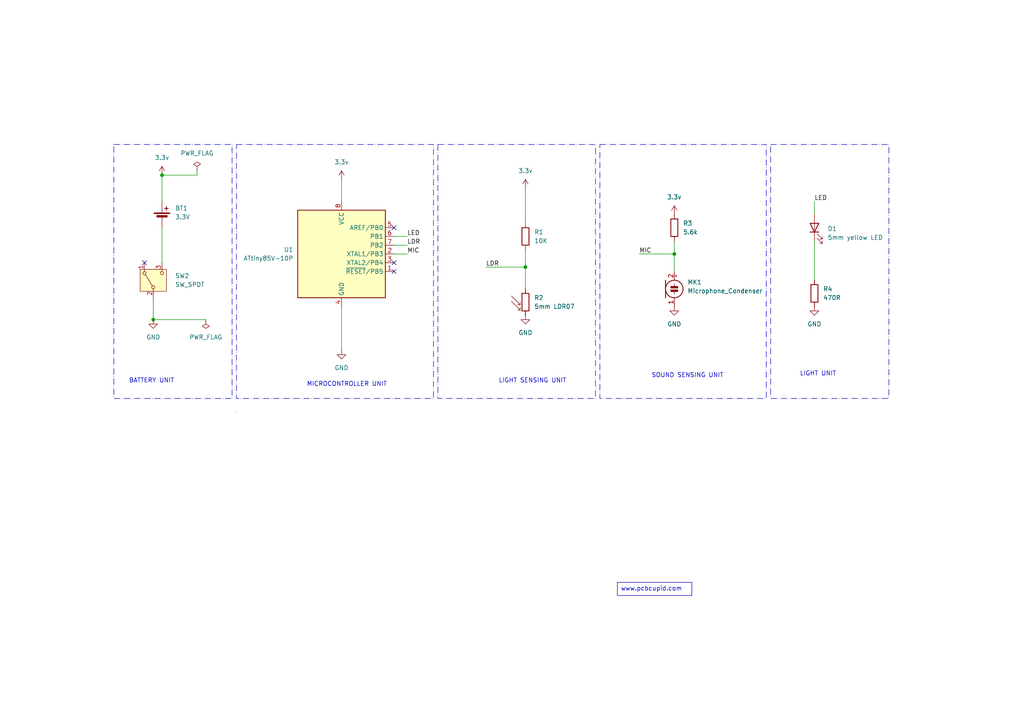
<source format=kicad_sch>
(kicad_sch
	(version 20250114)
	(generator "eeschema")
	(generator_version "9.0")
	(uuid "6bca3290-9061-4092-a9b1-e0df906a68d4")
	(paper "A4")
	(title_block
		(title "Digital Diya project")
		(date "2025-10-28")
		(rev "v1")
		(company "pcbcupid ")
		(comment 1 "it's a ATtiny85 based ckt ")
	)
	(lib_symbols
		(symbol "Device:Battery_Cell"
			(pin_numbers
				(hide yes)
			)
			(pin_names
				(offset 0)
				(hide yes)
			)
			(exclude_from_sim no)
			(in_bom yes)
			(on_board yes)
			(property "Reference" "BT"
				(at 2.54 2.54 0)
				(effects
					(font
						(size 1.27 1.27)
					)
					(justify left)
				)
			)
			(property "Value" "Battery_Cell"
				(at 2.54 0 0)
				(effects
					(font
						(size 1.27 1.27)
					)
					(justify left)
				)
			)
			(property "Footprint" ""
				(at 0 1.524 90)
				(effects
					(font
						(size 1.27 1.27)
					)
					(hide yes)
				)
			)
			(property "Datasheet" "~"
				(at 0 1.524 90)
				(effects
					(font
						(size 1.27 1.27)
					)
					(hide yes)
				)
			)
			(property "Description" "Single-cell battery"
				(at 0 0 0)
				(effects
					(font
						(size 1.27 1.27)
					)
					(hide yes)
				)
			)
			(property "ki_keywords" "battery cell"
				(at 0 0 0)
				(effects
					(font
						(size 1.27 1.27)
					)
					(hide yes)
				)
			)
			(symbol "Battery_Cell_0_1"
				(rectangle
					(start -2.286 1.778)
					(end 2.286 1.524)
					(stroke
						(width 0)
						(type default)
					)
					(fill
						(type outline)
					)
				)
				(rectangle
					(start -1.524 1.016)
					(end 1.524 0.508)
					(stroke
						(width 0)
						(type default)
					)
					(fill
						(type outline)
					)
				)
				(polyline
					(pts
						(xy 0 1.778) (xy 0 2.54)
					)
					(stroke
						(width 0)
						(type default)
					)
					(fill
						(type none)
					)
				)
				(polyline
					(pts
						(xy 0 0.762) (xy 0 0)
					)
					(stroke
						(width 0)
						(type default)
					)
					(fill
						(type none)
					)
				)
				(polyline
					(pts
						(xy 0.762 3.048) (xy 1.778 3.048)
					)
					(stroke
						(width 0.254)
						(type default)
					)
					(fill
						(type none)
					)
				)
				(polyline
					(pts
						(xy 1.27 3.556) (xy 1.27 2.54)
					)
					(stroke
						(width 0.254)
						(type default)
					)
					(fill
						(type none)
					)
				)
			)
			(symbol "Battery_Cell_1_1"
				(pin passive line
					(at 0 5.08 270)
					(length 2.54)
					(name "+"
						(effects
							(font
								(size 1.27 1.27)
							)
						)
					)
					(number "1"
						(effects
							(font
								(size 1.27 1.27)
							)
						)
					)
				)
				(pin passive line
					(at 0 -2.54 90)
					(length 2.54)
					(name "-"
						(effects
							(font
								(size 1.27 1.27)
							)
						)
					)
					(number "2"
						(effects
							(font
								(size 1.27 1.27)
							)
						)
					)
				)
			)
			(embedded_fonts no)
		)
		(symbol "Device:LED"
			(pin_numbers
				(hide yes)
			)
			(pin_names
				(offset 1.016)
				(hide yes)
			)
			(exclude_from_sim no)
			(in_bom yes)
			(on_board yes)
			(property "Reference" "D"
				(at 0 2.54 0)
				(effects
					(font
						(size 1.27 1.27)
					)
				)
			)
			(property "Value" "LED"
				(at 0 -2.54 0)
				(effects
					(font
						(size 1.27 1.27)
					)
				)
			)
			(property "Footprint" ""
				(at 0 0 0)
				(effects
					(font
						(size 1.27 1.27)
					)
					(hide yes)
				)
			)
			(property "Datasheet" "~"
				(at 0 0 0)
				(effects
					(font
						(size 1.27 1.27)
					)
					(hide yes)
				)
			)
			(property "Description" "Light emitting diode"
				(at 0 0 0)
				(effects
					(font
						(size 1.27 1.27)
					)
					(hide yes)
				)
			)
			(property "Sim.Pins" "1=K 2=A"
				(at 0 0 0)
				(effects
					(font
						(size 1.27 1.27)
					)
					(hide yes)
				)
			)
			(property "ki_keywords" "LED diode"
				(at 0 0 0)
				(effects
					(font
						(size 1.27 1.27)
					)
					(hide yes)
				)
			)
			(property "ki_fp_filters" "LED* LED_SMD:* LED_THT:*"
				(at 0 0 0)
				(effects
					(font
						(size 1.27 1.27)
					)
					(hide yes)
				)
			)
			(symbol "LED_0_1"
				(polyline
					(pts
						(xy -3.048 -0.762) (xy -4.572 -2.286) (xy -3.81 -2.286) (xy -4.572 -2.286) (xy -4.572 -1.524)
					)
					(stroke
						(width 0)
						(type default)
					)
					(fill
						(type none)
					)
				)
				(polyline
					(pts
						(xy -1.778 -0.762) (xy -3.302 -2.286) (xy -2.54 -2.286) (xy -3.302 -2.286) (xy -3.302 -1.524)
					)
					(stroke
						(width 0)
						(type default)
					)
					(fill
						(type none)
					)
				)
				(polyline
					(pts
						(xy -1.27 0) (xy 1.27 0)
					)
					(stroke
						(width 0)
						(type default)
					)
					(fill
						(type none)
					)
				)
				(polyline
					(pts
						(xy -1.27 -1.27) (xy -1.27 1.27)
					)
					(stroke
						(width 0.254)
						(type default)
					)
					(fill
						(type none)
					)
				)
				(polyline
					(pts
						(xy 1.27 -1.27) (xy 1.27 1.27) (xy -1.27 0) (xy 1.27 -1.27)
					)
					(stroke
						(width 0.254)
						(type default)
					)
					(fill
						(type none)
					)
				)
			)
			(symbol "LED_1_1"
				(pin passive line
					(at -3.81 0 0)
					(length 2.54)
					(name "K"
						(effects
							(font
								(size 1.27 1.27)
							)
						)
					)
					(number "1"
						(effects
							(font
								(size 1.27 1.27)
							)
						)
					)
				)
				(pin passive line
					(at 3.81 0 180)
					(length 2.54)
					(name "A"
						(effects
							(font
								(size 1.27 1.27)
							)
						)
					)
					(number "2"
						(effects
							(font
								(size 1.27 1.27)
							)
						)
					)
				)
			)
			(embedded_fonts no)
		)
		(symbol "Device:Microphone_Condenser"
			(pin_names
				(offset 0.0254)
				(hide yes)
			)
			(exclude_from_sim no)
			(in_bom yes)
			(on_board yes)
			(property "Reference" "MK"
				(at -3.302 1.27 0)
				(effects
					(font
						(size 1.27 1.27)
					)
					(justify right)
				)
			)
			(property "Value" "Microphone_Condenser"
				(at -3.302 -0.635 0)
				(effects
					(font
						(size 1.27 1.27)
					)
					(justify right)
				)
			)
			(property "Footprint" ""
				(at 0 2.54 90)
				(effects
					(font
						(size 1.27 1.27)
					)
					(hide yes)
				)
			)
			(property "Datasheet" "~"
				(at 0 2.54 90)
				(effects
					(font
						(size 1.27 1.27)
					)
					(hide yes)
				)
			)
			(property "Description" "Condenser microphone"
				(at 0 0 0)
				(effects
					(font
						(size 1.27 1.27)
					)
					(hide yes)
				)
			)
			(property "ki_keywords" "capacitance condenser microphone"
				(at 0 0 0)
				(effects
					(font
						(size 1.27 1.27)
					)
					(hide yes)
				)
			)
			(symbol "Microphone_Condenser_0_1"
				(polyline
					(pts
						(xy -2.54 2.54) (xy -2.54 -2.54)
					)
					(stroke
						(width 0.254)
						(type default)
					)
					(fill
						(type none)
					)
				)
				(polyline
					(pts
						(xy 0 0.762) (xy 0 1.524)
					)
					(stroke
						(width 0)
						(type default)
					)
					(fill
						(type none)
					)
				)
				(circle
					(center 0 0)
					(radius 2.54)
					(stroke
						(width 0.254)
						(type default)
					)
					(fill
						(type none)
					)
				)
				(polyline
					(pts
						(xy 0 -0.762) (xy 0 -1.524)
					)
					(stroke
						(width 0)
						(type default)
					)
					(fill
						(type none)
					)
				)
				(polyline
					(pts
						(xy 0.254 3.81) (xy 0.762 3.81)
					)
					(stroke
						(width 0)
						(type default)
					)
					(fill
						(type none)
					)
				)
				(polyline
					(pts
						(xy 0.508 4.064) (xy 0.508 3.556)
					)
					(stroke
						(width 0)
						(type default)
					)
					(fill
						(type none)
					)
				)
				(rectangle
					(start 1.016 0.762)
					(end -1.016 0.254)
					(stroke
						(width 0)
						(type default)
					)
					(fill
						(type outline)
					)
				)
				(rectangle
					(start 1.016 -0.254)
					(end -1.016 -0.762)
					(stroke
						(width 0)
						(type default)
					)
					(fill
						(type outline)
					)
				)
			)
			(symbol "Microphone_Condenser_1_1"
				(pin passive line
					(at 0 5.08 270)
					(length 2.54)
					(name "+"
						(effects
							(font
								(size 1.27 1.27)
							)
						)
					)
					(number "2"
						(effects
							(font
								(size 1.27 1.27)
							)
						)
					)
				)
				(pin passive line
					(at 0 -5.08 90)
					(length 2.54)
					(name "-"
						(effects
							(font
								(size 1.27 1.27)
							)
						)
					)
					(number "1"
						(effects
							(font
								(size 1.27 1.27)
							)
						)
					)
				)
			)
			(embedded_fonts no)
		)
		(symbol "Device:R"
			(pin_numbers
				(hide yes)
			)
			(pin_names
				(offset 0)
			)
			(exclude_from_sim no)
			(in_bom yes)
			(on_board yes)
			(property "Reference" "R"
				(at 2.032 0 90)
				(effects
					(font
						(size 1.27 1.27)
					)
				)
			)
			(property "Value" "R"
				(at 0 0 90)
				(effects
					(font
						(size 1.27 1.27)
					)
				)
			)
			(property "Footprint" ""
				(at -1.778 0 90)
				(effects
					(font
						(size 1.27 1.27)
					)
					(hide yes)
				)
			)
			(property "Datasheet" "~"
				(at 0 0 0)
				(effects
					(font
						(size 1.27 1.27)
					)
					(hide yes)
				)
			)
			(property "Description" "Resistor"
				(at 0 0 0)
				(effects
					(font
						(size 1.27 1.27)
					)
					(hide yes)
				)
			)
			(property "ki_keywords" "R res resistor"
				(at 0 0 0)
				(effects
					(font
						(size 1.27 1.27)
					)
					(hide yes)
				)
			)
			(property "ki_fp_filters" "R_*"
				(at 0 0 0)
				(effects
					(font
						(size 1.27 1.27)
					)
					(hide yes)
				)
			)
			(symbol "R_0_1"
				(rectangle
					(start -1.016 -2.54)
					(end 1.016 2.54)
					(stroke
						(width 0.254)
						(type default)
					)
					(fill
						(type none)
					)
				)
			)
			(symbol "R_1_1"
				(pin passive line
					(at 0 3.81 270)
					(length 1.27)
					(name "~"
						(effects
							(font
								(size 1.27 1.27)
							)
						)
					)
					(number "1"
						(effects
							(font
								(size 1.27 1.27)
							)
						)
					)
				)
				(pin passive line
					(at 0 -3.81 90)
					(length 1.27)
					(name "~"
						(effects
							(font
								(size 1.27 1.27)
							)
						)
					)
					(number "2"
						(effects
							(font
								(size 1.27 1.27)
							)
						)
					)
				)
			)
			(embedded_fonts no)
		)
		(symbol "MCU_Microchip_ATtiny:ATtiny85V-10P"
			(exclude_from_sim no)
			(in_bom yes)
			(on_board yes)
			(property "Reference" "U"
				(at -12.7 13.97 0)
				(effects
					(font
						(size 1.27 1.27)
					)
					(justify left bottom)
				)
			)
			(property "Value" "ATtiny85V-10P"
				(at 2.54 -13.97 0)
				(effects
					(font
						(size 1.27 1.27)
					)
					(justify left top)
				)
			)
			(property "Footprint" "Package_DIP:DIP-8_W7.62mm"
				(at 0 0 0)
				(effects
					(font
						(size 1.27 1.27)
						(italic yes)
					)
					(hide yes)
				)
			)
			(property "Datasheet" "http://ww1.microchip.com/downloads/en/DeviceDoc/atmel-2586-avr-8-bit-microcontroller-attiny25-attiny45-attiny85_datasheet.pdf"
				(at 0 0 0)
				(effects
					(font
						(size 1.27 1.27)
					)
					(hide yes)
				)
			)
			(property "Description" "10MHz, 8kB Flash, 512B SRAM, 512B EEPROM, debugWIRE, DIP-8"
				(at 0 0 0)
				(effects
					(font
						(size 1.27 1.27)
					)
					(hide yes)
				)
			)
			(property "ki_keywords" "AVR 8bit Microcontroller tinyAVR"
				(at 0 0 0)
				(effects
					(font
						(size 1.27 1.27)
					)
					(hide yes)
				)
			)
			(property "ki_fp_filters" "DIP*W7.62mm*"
				(at 0 0 0)
				(effects
					(font
						(size 1.27 1.27)
					)
					(hide yes)
				)
			)
			(symbol "ATtiny85V-10P_0_1"
				(rectangle
					(start -12.7 -12.7)
					(end 12.7 12.7)
					(stroke
						(width 0.254)
						(type default)
					)
					(fill
						(type background)
					)
				)
			)
			(symbol "ATtiny85V-10P_1_1"
				(pin power_in line
					(at 0 15.24 270)
					(length 2.54)
					(name "VCC"
						(effects
							(font
								(size 1.27 1.27)
							)
						)
					)
					(number "8"
						(effects
							(font
								(size 1.27 1.27)
							)
						)
					)
				)
				(pin power_in line
					(at 0 -15.24 90)
					(length 2.54)
					(name "GND"
						(effects
							(font
								(size 1.27 1.27)
							)
						)
					)
					(number "4"
						(effects
							(font
								(size 1.27 1.27)
							)
						)
					)
				)
				(pin bidirectional line
					(at 15.24 7.62 180)
					(length 2.54)
					(name "AREF/PB0"
						(effects
							(font
								(size 1.27 1.27)
							)
						)
					)
					(number "5"
						(effects
							(font
								(size 1.27 1.27)
							)
						)
					)
				)
				(pin bidirectional line
					(at 15.24 5.08 180)
					(length 2.54)
					(name "PB1"
						(effects
							(font
								(size 1.27 1.27)
							)
						)
					)
					(number "6"
						(effects
							(font
								(size 1.27 1.27)
							)
						)
					)
				)
				(pin bidirectional line
					(at 15.24 2.54 180)
					(length 2.54)
					(name "PB2"
						(effects
							(font
								(size 1.27 1.27)
							)
						)
					)
					(number "7"
						(effects
							(font
								(size 1.27 1.27)
							)
						)
					)
				)
				(pin bidirectional line
					(at 15.24 0 180)
					(length 2.54)
					(name "XTAL1/PB3"
						(effects
							(font
								(size 1.27 1.27)
							)
						)
					)
					(number "2"
						(effects
							(font
								(size 1.27 1.27)
							)
						)
					)
				)
				(pin bidirectional line
					(at 15.24 -2.54 180)
					(length 2.54)
					(name "XTAL2/PB4"
						(effects
							(font
								(size 1.27 1.27)
							)
						)
					)
					(number "3"
						(effects
							(font
								(size 1.27 1.27)
							)
						)
					)
				)
				(pin bidirectional line
					(at 15.24 -5.08 180)
					(length 2.54)
					(name "~{RESET}/PB5"
						(effects
							(font
								(size 1.27 1.27)
							)
						)
					)
					(number "1"
						(effects
							(font
								(size 1.27 1.27)
							)
						)
					)
				)
			)
			(embedded_fonts no)
		)
		(symbol "Sensor_Optical:LDR07"
			(pin_numbers
				(hide yes)
			)
			(pin_names
				(offset 0)
			)
			(exclude_from_sim no)
			(in_bom yes)
			(on_board yes)
			(property "Reference" "R"
				(at -5.08 0 90)
				(effects
					(font
						(size 1.27 1.27)
					)
				)
			)
			(property "Value" "LDR07"
				(at 1.905 0 90)
				(effects
					(font
						(size 1.27 1.27)
					)
					(justify top)
				)
			)
			(property "Footprint" "OptoDevice:R_LDR_5.1x4.3mm_P3.4mm_Vertical"
				(at 4.445 0 90)
				(effects
					(font
						(size 1.27 1.27)
					)
					(hide yes)
				)
			)
			(property "Datasheet" "http://www.tme.eu/de/Document/f2e3ad76a925811312d226c31da4cd7e/LDR07.pdf"
				(at 0 -1.27 0)
				(effects
					(font
						(size 1.27 1.27)
					)
					(hide yes)
				)
			)
			(property "Description" "light dependent resistor"
				(at 0 0 0)
				(effects
					(font
						(size 1.27 1.27)
					)
					(hide yes)
				)
			)
			(property "ki_keywords" "light dependent photo resistor LDR"
				(at 0 0 0)
				(effects
					(font
						(size 1.27 1.27)
					)
					(hide yes)
				)
			)
			(property "ki_fp_filters" "R*LDR*5.1x4.3mm*P3.4mm*"
				(at 0 0 0)
				(effects
					(font
						(size 1.27 1.27)
					)
					(hide yes)
				)
			)
			(symbol "LDR07_0_1"
				(polyline
					(pts
						(xy -1.524 -0.762) (xy -4.064 1.778)
					)
					(stroke
						(width 0)
						(type default)
					)
					(fill
						(type none)
					)
				)
				(polyline
					(pts
						(xy -1.524 -0.762) (xy -2.286 -0.762)
					)
					(stroke
						(width 0)
						(type default)
					)
					(fill
						(type none)
					)
				)
				(polyline
					(pts
						(xy -1.524 -0.762) (xy -1.524 0)
					)
					(stroke
						(width 0)
						(type default)
					)
					(fill
						(type none)
					)
				)
				(polyline
					(pts
						(xy -1.524 -2.286) (xy -4.064 0.254)
					)
					(stroke
						(width 0)
						(type default)
					)
					(fill
						(type none)
					)
				)
				(polyline
					(pts
						(xy -1.524 -2.286) (xy -2.286 -2.286)
					)
					(stroke
						(width 0)
						(type default)
					)
					(fill
						(type none)
					)
				)
				(polyline
					(pts
						(xy -1.524 -2.286) (xy -1.524 -1.524)
					)
					(stroke
						(width 0)
						(type default)
					)
					(fill
						(type none)
					)
				)
				(rectangle
					(start -1.016 2.54)
					(end 1.016 -2.54)
					(stroke
						(width 0.254)
						(type default)
					)
					(fill
						(type none)
					)
				)
			)
			(symbol "LDR07_1_1"
				(pin passive line
					(at 0 3.81 270)
					(length 1.27)
					(name "~"
						(effects
							(font
								(size 1.27 1.27)
							)
						)
					)
					(number "1"
						(effects
							(font
								(size 1.27 1.27)
							)
						)
					)
				)
				(pin passive line
					(at 0 -3.81 90)
					(length 1.27)
					(name "~"
						(effects
							(font
								(size 1.27 1.27)
							)
						)
					)
					(number "2"
						(effects
							(font
								(size 1.27 1.27)
							)
						)
					)
				)
			)
			(embedded_fonts no)
		)
		(symbol "Switch:SW_SPDT"
			(pin_names
				(offset 0)
				(hide yes)
			)
			(exclude_from_sim no)
			(in_bom yes)
			(on_board yes)
			(property "Reference" "SW"
				(at 0 5.08 0)
				(effects
					(font
						(size 1.27 1.27)
					)
				)
			)
			(property "Value" "SW_SPDT"
				(at 0 -5.08 0)
				(effects
					(font
						(size 1.27 1.27)
					)
				)
			)
			(property "Footprint" ""
				(at 0 0 0)
				(effects
					(font
						(size 1.27 1.27)
					)
					(hide yes)
				)
			)
			(property "Datasheet" "~"
				(at 0 -7.62 0)
				(effects
					(font
						(size 1.27 1.27)
					)
					(hide yes)
				)
			)
			(property "Description" "Switch, single pole double throw"
				(at 0 0 0)
				(effects
					(font
						(size 1.27 1.27)
					)
					(hide yes)
				)
			)
			(property "ki_keywords" "switch single-pole double-throw spdt ON-ON"
				(at 0 0 0)
				(effects
					(font
						(size 1.27 1.27)
					)
					(hide yes)
				)
			)
			(symbol "SW_SPDT_0_1"
				(circle
					(center -2.032 0)
					(radius 0.4572)
					(stroke
						(width 0)
						(type default)
					)
					(fill
						(type none)
					)
				)
				(polyline
					(pts
						(xy -1.651 0.254) (xy 1.651 2.286)
					)
					(stroke
						(width 0)
						(type default)
					)
					(fill
						(type none)
					)
				)
				(circle
					(center 2.032 2.54)
					(radius 0.4572)
					(stroke
						(width 0)
						(type default)
					)
					(fill
						(type none)
					)
				)
				(circle
					(center 2.032 -2.54)
					(radius 0.4572)
					(stroke
						(width 0)
						(type default)
					)
					(fill
						(type none)
					)
				)
			)
			(symbol "SW_SPDT_1_1"
				(rectangle
					(start -3.175 3.81)
					(end 3.175 -3.81)
					(stroke
						(width 0)
						(type default)
					)
					(fill
						(type background)
					)
				)
				(pin passive line
					(at -5.08 0 0)
					(length 2.54)
					(name "B"
						(effects
							(font
								(size 1.27 1.27)
							)
						)
					)
					(number "2"
						(effects
							(font
								(size 1.27 1.27)
							)
						)
					)
				)
				(pin passive line
					(at 5.08 2.54 180)
					(length 2.54)
					(name "A"
						(effects
							(font
								(size 1.27 1.27)
							)
						)
					)
					(number "1"
						(effects
							(font
								(size 1.27 1.27)
							)
						)
					)
				)
				(pin passive line
					(at 5.08 -2.54 180)
					(length 2.54)
					(name "C"
						(effects
							(font
								(size 1.27 1.27)
							)
						)
					)
					(number "3"
						(effects
							(font
								(size 1.27 1.27)
							)
						)
					)
				)
			)
			(embedded_fonts no)
		)
		(symbol "power:GND"
			(power)
			(pin_numbers
				(hide yes)
			)
			(pin_names
				(offset 0)
				(hide yes)
			)
			(exclude_from_sim no)
			(in_bom yes)
			(on_board yes)
			(property "Reference" "#PWR"
				(at 0 -6.35 0)
				(effects
					(font
						(size 1.27 1.27)
					)
					(hide yes)
				)
			)
			(property "Value" "GND"
				(at 0 -3.81 0)
				(effects
					(font
						(size 1.27 1.27)
					)
				)
			)
			(property "Footprint" ""
				(at 0 0 0)
				(effects
					(font
						(size 1.27 1.27)
					)
					(hide yes)
				)
			)
			(property "Datasheet" ""
				(at 0 0 0)
				(effects
					(font
						(size 1.27 1.27)
					)
					(hide yes)
				)
			)
			(property "Description" "Power symbol creates a global label with name \"GND\" , ground"
				(at 0 0 0)
				(effects
					(font
						(size 1.27 1.27)
					)
					(hide yes)
				)
			)
			(property "ki_keywords" "global power"
				(at 0 0 0)
				(effects
					(font
						(size 1.27 1.27)
					)
					(hide yes)
				)
			)
			(symbol "GND_0_1"
				(polyline
					(pts
						(xy 0 0) (xy 0 -1.27) (xy 1.27 -1.27) (xy 0 -2.54) (xy -1.27 -1.27) (xy 0 -1.27)
					)
					(stroke
						(width 0)
						(type default)
					)
					(fill
						(type none)
					)
				)
			)
			(symbol "GND_1_1"
				(pin power_in line
					(at 0 0 270)
					(length 0)
					(name "~"
						(effects
							(font
								(size 1.27 1.27)
							)
						)
					)
					(number "1"
						(effects
							(font
								(size 1.27 1.27)
							)
						)
					)
				)
			)
			(embedded_fonts no)
		)
		(symbol "power:PWR_FLAG"
			(power)
			(pin_numbers
				(hide yes)
			)
			(pin_names
				(offset 0)
				(hide yes)
			)
			(exclude_from_sim no)
			(in_bom yes)
			(on_board yes)
			(property "Reference" "#FLG"
				(at 0 1.905 0)
				(effects
					(font
						(size 1.27 1.27)
					)
					(hide yes)
				)
			)
			(property "Value" "PWR_FLAG"
				(at 0 3.81 0)
				(effects
					(font
						(size 1.27 1.27)
					)
				)
			)
			(property "Footprint" ""
				(at 0 0 0)
				(effects
					(font
						(size 1.27 1.27)
					)
					(hide yes)
				)
			)
			(property "Datasheet" "~"
				(at 0 0 0)
				(effects
					(font
						(size 1.27 1.27)
					)
					(hide yes)
				)
			)
			(property "Description" "Special symbol for telling ERC where power comes from"
				(at 0 0 0)
				(effects
					(font
						(size 1.27 1.27)
					)
					(hide yes)
				)
			)
			(property "ki_keywords" "flag power"
				(at 0 0 0)
				(effects
					(font
						(size 1.27 1.27)
					)
					(hide yes)
				)
			)
			(symbol "PWR_FLAG_0_0"
				(pin power_out line
					(at 0 0 90)
					(length 0)
					(name "~"
						(effects
							(font
								(size 1.27 1.27)
							)
						)
					)
					(number "1"
						(effects
							(font
								(size 1.27 1.27)
							)
						)
					)
				)
			)
			(symbol "PWR_FLAG_0_1"
				(polyline
					(pts
						(xy 0 0) (xy 0 1.27) (xy -1.016 1.905) (xy 0 2.54) (xy 1.016 1.905) (xy 0 1.27)
					)
					(stroke
						(width 0)
						(type default)
					)
					(fill
						(type none)
					)
				)
			)
			(embedded_fonts no)
		)
		(symbol "power:VCC"
			(power)
			(pin_numbers
				(hide yes)
			)
			(pin_names
				(offset 0)
				(hide yes)
			)
			(exclude_from_sim no)
			(in_bom yes)
			(on_board yes)
			(property "Reference" "#PWR"
				(at 0 -3.81 0)
				(effects
					(font
						(size 1.27 1.27)
					)
					(hide yes)
				)
			)
			(property "Value" "VCC"
				(at 0 3.556 0)
				(effects
					(font
						(size 1.27 1.27)
					)
				)
			)
			(property "Footprint" ""
				(at 0 0 0)
				(effects
					(font
						(size 1.27 1.27)
					)
					(hide yes)
				)
			)
			(property "Datasheet" ""
				(at 0 0 0)
				(effects
					(font
						(size 1.27 1.27)
					)
					(hide yes)
				)
			)
			(property "Description" "Power symbol creates a global label with name \"VCC\""
				(at 0 0 0)
				(effects
					(font
						(size 1.27 1.27)
					)
					(hide yes)
				)
			)
			(property "ki_keywords" "global power"
				(at 0 0 0)
				(effects
					(font
						(size 1.27 1.27)
					)
					(hide yes)
				)
			)
			(symbol "VCC_0_1"
				(polyline
					(pts
						(xy -0.762 1.27) (xy 0 2.54)
					)
					(stroke
						(width 0)
						(type default)
					)
					(fill
						(type none)
					)
				)
				(polyline
					(pts
						(xy 0 2.54) (xy 0.762 1.27)
					)
					(stroke
						(width 0)
						(type default)
					)
					(fill
						(type none)
					)
				)
				(polyline
					(pts
						(xy 0 0) (xy 0 2.54)
					)
					(stroke
						(width 0)
						(type default)
					)
					(fill
						(type none)
					)
				)
			)
			(symbol "VCC_1_1"
				(pin power_in line
					(at 0 0 90)
					(length 0)
					(name "~"
						(effects
							(font
								(size 1.27 1.27)
							)
						)
					)
					(number "1"
						(effects
							(font
								(size 1.27 1.27)
							)
						)
					)
				)
			)
			(embedded_fonts no)
		)
	)
	(rectangle
		(start 33.02 41.91)
		(end 67.31 115.57)
		(stroke
			(width 0)
			(type dash_dot)
		)
		(fill
			(type none)
		)
		(uuid 3d169365-1216-4d7a-bfd6-d9a1246a2689)
	)
	(rectangle
		(start 173.99 41.91)
		(end 222.25 115.57)
		(stroke
			(width 0)
			(type dash_dot)
		)
		(fill
			(type none)
		)
		(uuid 887b88a3-6783-4339-af4d-2be2e8430689)
	)
	(rectangle
		(start 223.52 41.91)
		(end 257.81 115.57)
		(stroke
			(width 0)
			(type dash_dot)
		)
		(fill
			(type none)
		)
		(uuid 8f7c3757-4c41-4669-b53a-b41b4a2a44ba)
	)
	(rectangle
		(start 68.58 119.38)
		(end 68.58 119.38)
		(stroke
			(width 0)
			(type default)
		)
		(fill
			(type none)
		)
		(uuid b1240556-3939-4503-8b98-b83130cf602c)
	)
	(rectangle
		(start 68.58 41.91)
		(end 125.73 115.57)
		(stroke
			(width 0)
			(type dash_dot)
		)
		(fill
			(type none)
		)
		(uuid ba82ccf7-77ee-4bc3-8bcd-4458aa9c87d1)
	)
	(rectangle
		(start 127 41.91)
		(end 172.72 115.57)
		(stroke
			(width 0)
			(type dash_dot)
		)
		(fill
			(type none)
		)
		(uuid cd073606-bef6-4b75-8420-4c3625c1184a)
	)
	(text "LIGHT SENSING UNIT \n"
		(exclude_from_sim no)
		(at 154.94 110.49 0)
		(effects
			(font
				(size 1.27 1.27)
			)
		)
		(uuid "5c1fbdb1-6fc3-4fe4-b6e0-173f2c3e14d4")
	)
	(text "MICROCONTROLLER UNIT \n\n"
		(exclude_from_sim no)
		(at 101.092 112.522 0)
		(effects
			(font
				(size 1.27 1.27)
			)
		)
		(uuid "7f15bf5f-6306-46bb-9b29-19f90581798a")
	)
	(text "LIGHT UNIT "
		(exclude_from_sim no)
		(at 237.744 108.458 0)
		(effects
			(font
				(size 1.27 1.27)
			)
		)
		(uuid "8d71a577-639c-401d-bb46-b947391f0f16")
	)
	(text "SOUND SENSING UNIT "
		(exclude_from_sim no)
		(at 199.898 108.966 0)
		(effects
			(font
				(size 1.27 1.27)
			)
		)
		(uuid "ce78ca71-b53c-4855-9c2a-0734d66e2752")
	)
	(text "BATTERY UNIT \n"
		(exclude_from_sim no)
		(at 44.45 110.49 0)
		(effects
			(font
				(size 1.27 1.27)
			)
		)
		(uuid "cef7698c-d04f-4d12-abd1-be6af6da1beb")
	)
	(text_box "www.pcbcupid.com \n"
		(exclude_from_sim no)
		(at 179.07 168.91 0)
		(size 21.59 3.81)
		(margins 0.9525 0.9525 0.9525 0.9525)
		(stroke
			(width 0)
			(type solid)
		)
		(fill
			(type none)
		)
		(effects
			(font
				(size 1.27 1.27)
			)
			(justify left top)
		)
		(uuid "d586de21-a0be-4ead-86a7-66265a2848bc")
	)
	(junction
		(at 195.58 73.66)
		(diameter 0)
		(color 0 0 0 0)
		(uuid "2a3feacf-9c4f-42d9-ba4a-d2ed4b32038f")
	)
	(junction
		(at 152.4 77.47)
		(diameter 0)
		(color 0 0 0 0)
		(uuid "892e78c0-2b39-418c-bd0f-0dcb8ca27306")
	)
	(junction
		(at 46.99 50.8)
		(diameter 0)
		(color 0 0 0 0)
		(uuid "9d75c25b-4361-4d36-bff4-8bae7706cb3d")
	)
	(junction
		(at 44.45 92.71)
		(diameter 0)
		(color 0 0 0 0)
		(uuid "fe7cc251-f02d-447f-9e47-599cdcd91f5d")
	)
	(no_connect
		(at 41.91 76.2)
		(uuid "34be7d06-3800-4045-82a6-969aad03dec1")
	)
	(no_connect
		(at 114.3 66.04)
		(uuid "3f1b07bd-73de-4210-a1fd-cd59cae09f36")
	)
	(no_connect
		(at 114.3 76.2)
		(uuid "cd483c28-5e44-4e32-b083-d843abc4089a")
	)
	(no_connect
		(at 114.3 78.74)
		(uuid "d7abd4f5-ca6a-46c6-a295-c413c68bc437")
	)
	(wire
		(pts
			(xy 114.3 68.58) (xy 118.11 68.58)
		)
		(stroke
			(width 0)
			(type default)
		)
		(uuid "1064df1f-86f9-4934-80a1-58cce6a29d4c")
	)
	(wire
		(pts
			(xy 236.22 58.42) (xy 236.22 62.23)
		)
		(stroke
			(width 0)
			(type default)
		)
		(uuid "1110554f-3370-41f2-8316-62beff9ce890")
	)
	(wire
		(pts
			(xy 195.58 73.66) (xy 195.58 78.74)
		)
		(stroke
			(width 0)
			(type default)
		)
		(uuid "22191c9a-5e02-4ada-93e5-cb2648bcf6e7")
	)
	(wire
		(pts
			(xy 140.97 77.47) (xy 152.4 77.47)
		)
		(stroke
			(width 0)
			(type default)
		)
		(uuid "22a5e20f-c227-41d8-953d-d37e5b4077c8")
	)
	(wire
		(pts
			(xy 46.99 50.8) (xy 46.99 58.42)
		)
		(stroke
			(width 0)
			(type default)
		)
		(uuid "2ee0cb0b-3c4a-4490-a559-2d0147e77832")
	)
	(wire
		(pts
			(xy 114.3 73.66) (xy 118.11 73.66)
		)
		(stroke
			(width 0)
			(type default)
		)
		(uuid "46fb7078-17e1-4742-a0c9-669f8440c6e0")
	)
	(wire
		(pts
			(xy 57.15 49.53) (xy 57.15 50.8)
		)
		(stroke
			(width 0)
			(type default)
		)
		(uuid "47bfd471-a233-4a13-a9ba-2c47be884ac0")
	)
	(wire
		(pts
			(xy 152.4 72.39) (xy 152.4 77.47)
		)
		(stroke
			(width 0)
			(type default)
		)
		(uuid "5ab45cf5-08d8-4d86-b016-2e63ef242ab0")
	)
	(wire
		(pts
			(xy 114.3 71.12) (xy 118.11 71.12)
		)
		(stroke
			(width 0)
			(type default)
		)
		(uuid "62d96b17-16c6-4b3c-a629-7bef359617e3")
	)
	(wire
		(pts
			(xy 99.06 88.9) (xy 99.06 101.6)
		)
		(stroke
			(width 0)
			(type default)
		)
		(uuid "6fafc5b9-0786-4e13-b3b7-61c4b18d49d5")
	)
	(wire
		(pts
			(xy 185.42 73.66) (xy 195.58 73.66)
		)
		(stroke
			(width 0)
			(type default)
		)
		(uuid "7352b544-d017-47b3-9b31-5b9ea131cc38")
	)
	(wire
		(pts
			(xy 152.4 54.61) (xy 152.4 64.77)
		)
		(stroke
			(width 0)
			(type default)
		)
		(uuid "7a9f3d38-9a12-4afa-acc4-d49b2601bd29")
	)
	(wire
		(pts
			(xy 99.06 52.07) (xy 99.06 58.42)
		)
		(stroke
			(width 0)
			(type default)
		)
		(uuid "98ecf707-ebba-4800-b8ef-08c079f3b81d")
	)
	(wire
		(pts
			(xy 195.58 69.85) (xy 195.58 73.66)
		)
		(stroke
			(width 0)
			(type default)
		)
		(uuid "9b5e129b-d005-4b58-a48b-c447af5647c6")
	)
	(wire
		(pts
			(xy 44.45 92.71) (xy 59.69 92.71)
		)
		(stroke
			(width 0)
			(type default)
		)
		(uuid "a4047895-fd49-4f59-bb5c-8ca8aa5b984a")
	)
	(wire
		(pts
			(xy 46.99 66.04) (xy 46.99 76.2)
		)
		(stroke
			(width 0)
			(type default)
		)
		(uuid "a9475b85-f7c1-4bf3-88d7-a86643a56e56")
	)
	(wire
		(pts
			(xy 236.22 69.85) (xy 236.22 81.28)
		)
		(stroke
			(width 0)
			(type default)
		)
		(uuid "c11ebc36-0aeb-46a6-a6bb-95896a7c000c")
	)
	(wire
		(pts
			(xy 46.99 50.8) (xy 57.15 50.8)
		)
		(stroke
			(width 0)
			(type default)
		)
		(uuid "d73d9ac3-28c6-41b7-abff-11a956f9746b")
	)
	(wire
		(pts
			(xy 44.45 86.36) (xy 44.45 92.71)
		)
		(stroke
			(width 0)
			(type default)
		)
		(uuid "e4c1328e-291d-487c-9af0-4f6e4e63eb4f")
	)
	(wire
		(pts
			(xy 152.4 77.47) (xy 152.4 83.82)
		)
		(stroke
			(width 0)
			(type default)
		)
		(uuid "e516200a-2968-46ff-bdcb-f0751a3ac238")
	)
	(label "LED"
		(at 118.11 68.58 0)
		(effects
			(font
				(size 1.27 1.27)
			)
			(justify left bottom)
		)
		(uuid "120f09fd-1ea0-439a-8389-75696ced5f97")
	)
	(label "LDR"
		(at 140.97 77.47 0)
		(effects
			(font
				(size 1.27 1.27)
			)
			(justify left bottom)
		)
		(uuid "561b35eb-736e-497f-8d06-e6cbe415a639")
	)
	(label "LDR"
		(at 118.11 71.12 0)
		(effects
			(font
				(size 1.27 1.27)
			)
			(justify left bottom)
		)
		(uuid "5c3ec5bd-da42-4f56-9d19-0014b2348d0e")
	)
	(label "LED"
		(at 236.22 58.42 0)
		(effects
			(font
				(size 1.27 1.27)
			)
			(justify left bottom)
		)
		(uuid "cdcd760b-fb88-42b0-aefe-42e7783df8fc")
	)
	(label "MIC"
		(at 185.42 73.66 0)
		(effects
			(font
				(size 1.27 1.27)
			)
			(justify left bottom)
		)
		(uuid "f1481cc2-cd9c-48bb-82c7-e611896ef08b")
	)
	(label "MIC"
		(at 118.11 73.66 0)
		(effects
			(font
				(size 1.27 1.27)
			)
			(justify left bottom)
		)
		(uuid "f3e882ba-0213-4c9e-90d7-c61d814f0444")
	)
	(symbol
		(lib_id "MCU_Microchip_ATtiny:ATtiny85V-10P")
		(at 99.06 73.66 0)
		(unit 1)
		(exclude_from_sim no)
		(in_bom yes)
		(on_board yes)
		(dnp no)
		(uuid "33ae7755-d036-466c-a105-44c71d5460bb")
		(property "Reference" "U1"
			(at 85.09 72.3899 0)
			(effects
				(font
					(size 1.27 1.27)
				)
				(justify right)
			)
		)
		(property "Value" "ATtiny85V-10P"
			(at 85.09 74.9299 0)
			(effects
				(font
					(size 1.27 1.27)
				)
				(justify right)
			)
		)
		(property "Footprint" "Package_DIP:DIP-8_W7.62mm"
			(at 99.06 73.66 0)
			(effects
				(font
					(size 1.27 1.27)
					(italic yes)
				)
				(hide yes)
			)
		)
		(property "Datasheet" "http://ww1.microchip.com/downloads/en/DeviceDoc/atmel-2586-avr-8-bit-microcontroller-attiny25-attiny45-attiny85_datasheet.pdf"
			(at 99.06 73.66 0)
			(effects
				(font
					(size 1.27 1.27)
				)
				(hide yes)
			)
		)
		(property "Description" "10MHz, 8kB Flash, 512B SRAM, 512B EEPROM, debugWIRE, DIP-8"
			(at 99.06 73.66 0)
			(effects
				(font
					(size 1.27 1.27)
				)
				(hide yes)
			)
		)
		(pin "1"
			(uuid "a006dff1-3e15-4497-9af6-7d7cee85c1de")
		)
		(pin "8"
			(uuid "631d5337-cda6-423e-a3d5-a1a5afd9e70d")
		)
		(pin "4"
			(uuid "78ba2d20-0792-425f-b94c-17c3f3ef6f67")
		)
		(pin "5"
			(uuid "a399f331-848d-412d-8ae8-bd6def5b7430")
		)
		(pin "6"
			(uuid "0a935079-5945-4655-b4a1-3ba6d1b48251")
		)
		(pin "7"
			(uuid "52462694-c3bf-4dab-b9ec-89432adeb4dd")
		)
		(pin "2"
			(uuid "7d9e0e44-9599-4c49-9360-73b2921c80d6")
		)
		(pin "3"
			(uuid "d58fc356-d252-4d49-b040-c8f4ccacac7b")
		)
		(instances
			(project ""
				(path "/6bca3290-9061-4092-a9b1-e0df906a68d4"
					(reference "U1")
					(unit 1)
				)
			)
		)
	)
	(symbol
		(lib_id "power:PWR_FLAG")
		(at 59.69 92.71 180)
		(unit 1)
		(exclude_from_sim no)
		(in_bom yes)
		(on_board yes)
		(dnp no)
		(fields_autoplaced yes)
		(uuid "347e9b9f-23d6-4950-b110-49f8d5cbb5bf")
		(property "Reference" "#FLG02"
			(at 59.69 94.615 0)
			(effects
				(font
					(size 1.27 1.27)
				)
				(hide yes)
			)
		)
		(property "Value" "PWR_FLAG"
			(at 59.69 97.79 0)
			(effects
				(font
					(size 1.27 1.27)
				)
			)
		)
		(property "Footprint" ""
			(at 59.69 92.71 0)
			(effects
				(font
					(size 1.27 1.27)
				)
				(hide yes)
			)
		)
		(property "Datasheet" "~"
			(at 59.69 92.71 0)
			(effects
				(font
					(size 1.27 1.27)
				)
				(hide yes)
			)
		)
		(property "Description" "Special symbol for telling ERC where power comes from"
			(at 59.69 92.71 0)
			(effects
				(font
					(size 1.27 1.27)
				)
				(hide yes)
			)
		)
		(pin "1"
			(uuid "605d2d7b-7125-4edb-a4e9-16529b7dd206")
		)
		(instances
			(project "digital_diya"
				(path "/6bca3290-9061-4092-a9b1-e0df906a68d4"
					(reference "#FLG02")
					(unit 1)
				)
			)
		)
	)
	(symbol
		(lib_id "power:GND")
		(at 152.4 91.44 0)
		(unit 1)
		(exclude_from_sim no)
		(in_bom yes)
		(on_board yes)
		(dnp no)
		(fields_autoplaced yes)
		(uuid "44a54d5b-8b73-47d7-903f-ece762dfabfc")
		(property "Reference" "#PWR06"
			(at 152.4 97.79 0)
			(effects
				(font
					(size 1.27 1.27)
				)
				(hide yes)
			)
		)
		(property "Value" "GND"
			(at 152.4 96.52 0)
			(effects
				(font
					(size 1.27 1.27)
				)
			)
		)
		(property "Footprint" ""
			(at 152.4 91.44 0)
			(effects
				(font
					(size 1.27 1.27)
				)
				(hide yes)
			)
		)
		(property "Datasheet" ""
			(at 152.4 91.44 0)
			(effects
				(font
					(size 1.27 1.27)
				)
				(hide yes)
			)
		)
		(property "Description" "Power symbol creates a global label with name \"GND\" , ground"
			(at 152.4 91.44 0)
			(effects
				(font
					(size 1.27 1.27)
				)
				(hide yes)
			)
		)
		(pin "1"
			(uuid "aa200db9-dd7a-48ce-afae-6300b034c061")
		)
		(instances
			(project "digital_diya"
				(path "/6bca3290-9061-4092-a9b1-e0df906a68d4"
					(reference "#PWR06")
					(unit 1)
				)
			)
		)
	)
	(symbol
		(lib_id "Device:R")
		(at 236.22 85.09 0)
		(unit 1)
		(exclude_from_sim no)
		(in_bom yes)
		(on_board yes)
		(dnp no)
		(fields_autoplaced yes)
		(uuid "4ad7d97a-67a8-46bb-8075-b21cb64d8b75")
		(property "Reference" "R4"
			(at 238.76 83.8199 0)
			(effects
				(font
					(size 1.27 1.27)
				)
				(justify left)
			)
		)
		(property "Value" "470R"
			(at 238.76 86.3599 0)
			(effects
				(font
					(size 1.27 1.27)
				)
				(justify left)
			)
		)
		(property "Footprint" "Resistor_THT:R_Axial_DIN0207_L6.3mm_D2.5mm_P15.24mm_Horizontal"
			(at 234.442 85.09 90)
			(effects
				(font
					(size 1.27 1.27)
				)
				(hide yes)
			)
		)
		(property "Datasheet" "~"
			(at 236.22 85.09 0)
			(effects
				(font
					(size 1.27 1.27)
				)
				(hide yes)
			)
		)
		(property "Description" "Resistor"
			(at 236.22 85.09 0)
			(effects
				(font
					(size 1.27 1.27)
				)
				(hide yes)
			)
		)
		(pin "2"
			(uuid "46b4b783-c28d-4a44-b2c2-8014c2c7d7e9")
		)
		(pin "1"
			(uuid "72dab7d8-d0e5-4ecb-8f3e-d784b1fb650f")
		)
		(instances
			(project ""
				(path "/6bca3290-9061-4092-a9b1-e0df906a68d4"
					(reference "R4")
					(unit 1)
				)
			)
		)
	)
	(symbol
		(lib_id "power:VCC")
		(at 152.4 54.61 0)
		(unit 1)
		(exclude_from_sim no)
		(in_bom yes)
		(on_board yes)
		(dnp no)
		(fields_autoplaced yes)
		(uuid "54ae3591-a930-4c4b-9c49-20e204af31fc")
		(property "Reference" "#PWR05"
			(at 152.4 58.42 0)
			(effects
				(font
					(size 1.27 1.27)
				)
				(hide yes)
			)
		)
		(property "Value" "3.3v"
			(at 152.4 49.53 0)
			(effects
				(font
					(size 1.27 1.27)
				)
			)
		)
		(property "Footprint" ""
			(at 152.4 54.61 0)
			(effects
				(font
					(size 1.27 1.27)
				)
				(hide yes)
			)
		)
		(property "Datasheet" ""
			(at 152.4 54.61 0)
			(effects
				(font
					(size 1.27 1.27)
				)
				(hide yes)
			)
		)
		(property "Description" "Power symbol creates a global label with name \"VCC\""
			(at 152.4 54.61 0)
			(effects
				(font
					(size 1.27 1.27)
				)
				(hide yes)
			)
		)
		(pin "1"
			(uuid "8750764d-77e4-4a1c-b364-44f5433a47d4")
		)
		(instances
			(project "digital_diya"
				(path "/6bca3290-9061-4092-a9b1-e0df906a68d4"
					(reference "#PWR05")
					(unit 1)
				)
			)
		)
	)
	(symbol
		(lib_id "power:GND")
		(at 99.06 101.6 0)
		(unit 1)
		(exclude_from_sim no)
		(in_bom yes)
		(on_board yes)
		(dnp no)
		(fields_autoplaced yes)
		(uuid "60fcc804-5071-4173-83f4-fd32856f60c9")
		(property "Reference" "#PWR04"
			(at 99.06 107.95 0)
			(effects
				(font
					(size 1.27 1.27)
				)
				(hide yes)
			)
		)
		(property "Value" "GND"
			(at 99.06 106.68 0)
			(effects
				(font
					(size 1.27 1.27)
				)
			)
		)
		(property "Footprint" ""
			(at 99.06 101.6 0)
			(effects
				(font
					(size 1.27 1.27)
				)
				(hide yes)
			)
		)
		(property "Datasheet" ""
			(at 99.06 101.6 0)
			(effects
				(font
					(size 1.27 1.27)
				)
				(hide yes)
			)
		)
		(property "Description" "Power symbol creates a global label with name \"GND\" , ground"
			(at 99.06 101.6 0)
			(effects
				(font
					(size 1.27 1.27)
				)
				(hide yes)
			)
		)
		(pin "1"
			(uuid "755982ae-fb0a-40b0-b62a-08cd87eb0d4a")
		)
		(instances
			(project ""
				(path "/6bca3290-9061-4092-a9b1-e0df906a68d4"
					(reference "#PWR04")
					(unit 1)
				)
			)
		)
	)
	(symbol
		(lib_id "Switch:SW_SPDT")
		(at 44.45 81.28 90)
		(unit 1)
		(exclude_from_sim no)
		(in_bom yes)
		(on_board yes)
		(dnp no)
		(fields_autoplaced yes)
		(uuid "61c62e30-879e-4f6e-a256-173307982788")
		(property "Reference" "SW2"
			(at 50.8 80.0099 90)
			(effects
				(font
					(size 1.27 1.27)
				)
				(justify right)
			)
		)
		(property "Value" "SW_SPDT"
			(at 50.8 82.5499 90)
			(effects
				(font
					(size 1.27 1.27)
				)
				(justify right)
			)
		)
		(property "Footprint" "Button_Switch_THT:SW_Slide_SPDT_Straight_CK_OS102011MS2Q"
			(at 44.45 81.28 0)
			(effects
				(font
					(size 1.27 1.27)
				)
				(hide yes)
			)
		)
		(property "Datasheet" "~"
			(at 52.07 81.28 0)
			(effects
				(font
					(size 1.27 1.27)
				)
				(hide yes)
			)
		)
		(property "Description" "Switch, single pole double throw"
			(at 44.45 81.28 0)
			(effects
				(font
					(size 1.27 1.27)
				)
				(hide yes)
			)
		)
		(pin "1"
			(uuid "6d29f10d-0f95-4a54-8538-76a8699d7129")
		)
		(pin "2"
			(uuid "165c43ea-2181-49ef-a7f8-1575faf8d60b")
		)
		(pin "3"
			(uuid "61267bdb-2ba6-4dea-a491-a114c48400e6")
		)
		(instances
			(project ""
				(path "/6bca3290-9061-4092-a9b1-e0df906a68d4"
					(reference "SW2")
					(unit 1)
				)
			)
		)
	)
	(symbol
		(lib_id "power:GND")
		(at 195.58 88.9 0)
		(unit 1)
		(exclude_from_sim no)
		(in_bom yes)
		(on_board yes)
		(dnp no)
		(fields_autoplaced yes)
		(uuid "6c294939-9fb1-44ff-8195-06557aec6cef")
		(property "Reference" "#PWR08"
			(at 195.58 95.25 0)
			(effects
				(font
					(size 1.27 1.27)
				)
				(hide yes)
			)
		)
		(property "Value" "GND"
			(at 195.58 93.98 0)
			(effects
				(font
					(size 1.27 1.27)
				)
			)
		)
		(property "Footprint" ""
			(at 195.58 88.9 0)
			(effects
				(font
					(size 1.27 1.27)
				)
				(hide yes)
			)
		)
		(property "Datasheet" ""
			(at 195.58 88.9 0)
			(effects
				(font
					(size 1.27 1.27)
				)
				(hide yes)
			)
		)
		(property "Description" "Power symbol creates a global label with name \"GND\" , ground"
			(at 195.58 88.9 0)
			(effects
				(font
					(size 1.27 1.27)
				)
				(hide yes)
			)
		)
		(pin "1"
			(uuid "a99e8511-9e7d-49f7-9b85-086b2624691c")
		)
		(instances
			(project "digital_diya"
				(path "/6bca3290-9061-4092-a9b1-e0df906a68d4"
					(reference "#PWR08")
					(unit 1)
				)
			)
		)
	)
	(symbol
		(lib_id "Device:Microphone_Condenser")
		(at 195.58 83.82 0)
		(unit 1)
		(exclude_from_sim no)
		(in_bom yes)
		(on_board yes)
		(dnp no)
		(fields_autoplaced yes)
		(uuid "7e546b6b-4df4-4cc6-ab20-462384a9acee")
		(property "Reference" "MK1"
			(at 199.39 81.8514 0)
			(effects
				(font
					(size 1.27 1.27)
				)
				(justify left)
			)
		)
		(property "Value" "Microphone_Condenser"
			(at 199.39 84.3914 0)
			(effects
				(font
					(size 1.27 1.27)
				)
				(justify left)
			)
		)
		(property "Footprint" "Connector_PinHeader_2.54mm:PinHeader_1x02_P2.54mm_Vertical"
			(at 195.58 81.28 90)
			(effects
				(font
					(size 1.27 1.27)
				)
				(hide yes)
			)
		)
		(property "Datasheet" "~"
			(at 195.58 81.28 90)
			(effects
				(font
					(size 1.27 1.27)
				)
				(hide yes)
			)
		)
		(property "Description" "Condenser microphone"
			(at 195.58 83.82 0)
			(effects
				(font
					(size 1.27 1.27)
				)
				(hide yes)
			)
		)
		(pin "2"
			(uuid "bd48cfe1-7723-4ff9-b284-d53e96085644")
		)
		(pin "1"
			(uuid "9e19d81e-2bd4-492f-9a94-2083801c796b")
		)
		(instances
			(project ""
				(path "/6bca3290-9061-4092-a9b1-e0df906a68d4"
					(reference "MK1")
					(unit 1)
				)
			)
		)
	)
	(symbol
		(lib_id "power:GND")
		(at 44.45 92.71 0)
		(unit 1)
		(exclude_from_sim no)
		(in_bom yes)
		(on_board yes)
		(dnp no)
		(fields_autoplaced yes)
		(uuid "acb0e2b1-9e84-4a9e-a544-0ea1ccdca259")
		(property "Reference" "#PWR01"
			(at 44.45 99.06 0)
			(effects
				(font
					(size 1.27 1.27)
				)
				(hide yes)
			)
		)
		(property "Value" "GND"
			(at 44.45 97.79 0)
			(effects
				(font
					(size 1.27 1.27)
				)
			)
		)
		(property "Footprint" ""
			(at 44.45 92.71 0)
			(effects
				(font
					(size 1.27 1.27)
				)
				(hide yes)
			)
		)
		(property "Datasheet" ""
			(at 44.45 92.71 0)
			(effects
				(font
					(size 1.27 1.27)
				)
				(hide yes)
			)
		)
		(property "Description" "Power symbol creates a global label with name \"GND\" , ground"
			(at 44.45 92.71 0)
			(effects
				(font
					(size 1.27 1.27)
				)
				(hide yes)
			)
		)
		(pin "1"
			(uuid "cea5052f-2645-4329-94de-97f49712a1f7")
		)
		(instances
			(project "digital_diya"
				(path "/6bca3290-9061-4092-a9b1-e0df906a68d4"
					(reference "#PWR01")
					(unit 1)
				)
			)
		)
	)
	(symbol
		(lib_id "power:VCC")
		(at 46.99 50.8 0)
		(unit 1)
		(exclude_from_sim no)
		(in_bom yes)
		(on_board yes)
		(dnp no)
		(fields_autoplaced yes)
		(uuid "bbe07212-186a-4585-8db6-c050a2b1df4c")
		(property "Reference" "#PWR02"
			(at 46.99 54.61 0)
			(effects
				(font
					(size 1.27 1.27)
				)
				(hide yes)
			)
		)
		(property "Value" "3.3v"
			(at 46.99 45.72 0)
			(effects
				(font
					(size 1.27 1.27)
				)
			)
		)
		(property "Footprint" ""
			(at 46.99 50.8 0)
			(effects
				(font
					(size 1.27 1.27)
				)
				(hide yes)
			)
		)
		(property "Datasheet" ""
			(at 46.99 50.8 0)
			(effects
				(font
					(size 1.27 1.27)
				)
				(hide yes)
			)
		)
		(property "Description" "Power symbol creates a global label with name \"VCC\""
			(at 46.99 50.8 0)
			(effects
				(font
					(size 1.27 1.27)
				)
				(hide yes)
			)
		)
		(pin "1"
			(uuid "6f4d63d0-0130-4238-897a-943fa4021faa")
		)
		(instances
			(project "digital_diya"
				(path "/6bca3290-9061-4092-a9b1-e0df906a68d4"
					(reference "#PWR02")
					(unit 1)
				)
			)
		)
	)
	(symbol
		(lib_id "power:GND")
		(at 236.22 88.9 0)
		(unit 1)
		(exclude_from_sim no)
		(in_bom yes)
		(on_board yes)
		(dnp no)
		(fields_autoplaced yes)
		(uuid "be5760af-a4af-4206-bc1f-ac98ed8c1d51")
		(property "Reference" "#PWR09"
			(at 236.22 95.25 0)
			(effects
				(font
					(size 1.27 1.27)
				)
				(hide yes)
			)
		)
		(property "Value" "GND"
			(at 236.22 93.98 0)
			(effects
				(font
					(size 1.27 1.27)
				)
			)
		)
		(property "Footprint" ""
			(at 236.22 88.9 0)
			(effects
				(font
					(size 1.27 1.27)
				)
				(hide yes)
			)
		)
		(property "Datasheet" ""
			(at 236.22 88.9 0)
			(effects
				(font
					(size 1.27 1.27)
				)
				(hide yes)
			)
		)
		(property "Description" "Power symbol creates a global label with name \"GND\" , ground"
			(at 236.22 88.9 0)
			(effects
				(font
					(size 1.27 1.27)
				)
				(hide yes)
			)
		)
		(pin "1"
			(uuid "b621a455-db49-4e9d-abb9-b1056704abf9")
		)
		(instances
			(project "digital_diya"
				(path "/6bca3290-9061-4092-a9b1-e0df906a68d4"
					(reference "#PWR09")
					(unit 1)
				)
			)
		)
	)
	(symbol
		(lib_id "Sensor_Optical:LDR07")
		(at 152.4 87.63 0)
		(unit 1)
		(exclude_from_sim no)
		(in_bom yes)
		(on_board yes)
		(dnp no)
		(fields_autoplaced yes)
		(uuid "cab69b38-1b5d-4e31-b5a5-847d1635c9ca")
		(property "Reference" "R2"
			(at 154.94 86.3599 0)
			(effects
				(font
					(size 1.27 1.27)
				)
				(justify left)
			)
		)
		(property "Value" "5mm LDR07"
			(at 154.94 88.8999 0)
			(effects
				(font
					(size 1.27 1.27)
				)
				(justify left)
			)
		)
		(property "Footprint" "OptoDevice:R_LDR_5.1x4.3mm_P3.4mm_Vertical"
			(at 156.845 87.63 90)
			(effects
				(font
					(size 1.27 1.27)
				)
				(hide yes)
			)
		)
		(property "Datasheet" "http://www.tme.eu/de/Document/f2e3ad76a925811312d226c31da4cd7e/LDR07.pdf"
			(at 152.4 88.9 0)
			(effects
				(font
					(size 1.27 1.27)
				)
				(hide yes)
			)
		)
		(property "Description" "light dependent resistor"
			(at 152.4 87.63 0)
			(effects
				(font
					(size 1.27 1.27)
				)
				(hide yes)
			)
		)
		(property "Field5" ""
			(at 152.4 87.63 0)
			(effects
				(font
					(size 1.27 1.27)
				)
				(hide yes)
			)
		)
		(pin "1"
			(uuid "9bbe299b-8e05-4dc7-8e9d-98837b482fcc")
		)
		(pin "2"
			(uuid "9a035441-d7aa-40c6-a142-8558c87cc3c8")
		)
		(instances
			(project ""
				(path "/6bca3290-9061-4092-a9b1-e0df906a68d4"
					(reference "R2")
					(unit 1)
				)
			)
		)
	)
	(symbol
		(lib_id "power:VCC")
		(at 195.58 62.23 0)
		(unit 1)
		(exclude_from_sim no)
		(in_bom yes)
		(on_board yes)
		(dnp no)
		(fields_autoplaced yes)
		(uuid "cf5c311a-0359-46b1-9e02-27e4e94abfe1")
		(property "Reference" "#PWR07"
			(at 195.58 66.04 0)
			(effects
				(font
					(size 1.27 1.27)
				)
				(hide yes)
			)
		)
		(property "Value" "3.3v"
			(at 195.58 57.15 0)
			(effects
				(font
					(size 1.27 1.27)
				)
			)
		)
		(property "Footprint" ""
			(at 195.58 62.23 0)
			(effects
				(font
					(size 1.27 1.27)
				)
				(hide yes)
			)
		)
		(property "Datasheet" ""
			(at 195.58 62.23 0)
			(effects
				(font
					(size 1.27 1.27)
				)
				(hide yes)
			)
		)
		(property "Description" "Power symbol creates a global label with name \"VCC\""
			(at 195.58 62.23 0)
			(effects
				(font
					(size 1.27 1.27)
				)
				(hide yes)
			)
		)
		(pin "1"
			(uuid "858f14b9-7c27-412d-b960-730d44935f4f")
		)
		(instances
			(project "digital_diya"
				(path "/6bca3290-9061-4092-a9b1-e0df906a68d4"
					(reference "#PWR07")
					(unit 1)
				)
			)
		)
	)
	(symbol
		(lib_id "Device:LED")
		(at 236.22 66.04 90)
		(unit 1)
		(exclude_from_sim no)
		(in_bom yes)
		(on_board yes)
		(dnp no)
		(fields_autoplaced yes)
		(uuid "d666f4f5-a24e-45de-adae-9e41afb41a6c")
		(property "Reference" "D1"
			(at 240.03 66.3574 90)
			(effects
				(font
					(size 1.27 1.27)
				)
				(justify right)
			)
		)
		(property "Value" "5mm yellow LED"
			(at 240.03 68.8974 90)
			(effects
				(font
					(size 1.27 1.27)
				)
				(justify right)
			)
		)
		(property "Footprint" "LED_THT:LED_D5.0mm"
			(at 236.22 66.04 0)
			(effects
				(font
					(size 1.27 1.27)
				)
				(hide yes)
			)
		)
		(property "Datasheet" "~"
			(at 236.22 66.04 0)
			(effects
				(font
					(size 1.27 1.27)
				)
				(hide yes)
			)
		)
		(property "Description" "Light emitting diode"
			(at 236.22 66.04 0)
			(effects
				(font
					(size 1.27 1.27)
				)
				(hide yes)
			)
		)
		(property "Sim.Pins" "1=K 2=A"
			(at 236.22 66.04 0)
			(effects
				(font
					(size 1.27 1.27)
				)
				(hide yes)
			)
		)
		(pin "1"
			(uuid "f6f76f1c-94ab-4dd0-9cea-472e421976fe")
		)
		(pin "2"
			(uuid "bcc8da8e-d3b8-47d1-89e9-d7a3cfa81e23")
		)
		(instances
			(project ""
				(path "/6bca3290-9061-4092-a9b1-e0df906a68d4"
					(reference "D1")
					(unit 1)
				)
			)
		)
	)
	(symbol
		(lib_id "Device:R")
		(at 152.4 68.58 0)
		(unit 1)
		(exclude_from_sim no)
		(in_bom yes)
		(on_board yes)
		(dnp no)
		(fields_autoplaced yes)
		(uuid "de8cdf79-da9c-4032-9f04-b93acbf60e4c")
		(property "Reference" "R1"
			(at 154.94 67.3099 0)
			(effects
				(font
					(size 1.27 1.27)
				)
				(justify left)
			)
		)
		(property "Value" "10K"
			(at 154.94 69.8499 0)
			(effects
				(font
					(size 1.27 1.27)
				)
				(justify left)
			)
		)
		(property "Footprint" "Resistor_THT:R_Axial_DIN0207_L6.3mm_D2.5mm_P15.24mm_Horizontal"
			(at 150.622 68.58 90)
			(effects
				(font
					(size 1.27 1.27)
				)
				(hide yes)
			)
		)
		(property "Datasheet" "~"
			(at 152.4 68.58 0)
			(effects
				(font
					(size 1.27 1.27)
				)
				(hide yes)
			)
		)
		(property "Description" "Resistor"
			(at 152.4 68.58 0)
			(effects
				(font
					(size 1.27 1.27)
				)
				(hide yes)
			)
		)
		(pin "1"
			(uuid "a488e856-1571-4cd2-b792-052b47cda417")
		)
		(pin "2"
			(uuid "33183437-332b-42d0-b0da-7f06713b17a0")
		)
		(instances
			(project ""
				(path "/6bca3290-9061-4092-a9b1-e0df906a68d4"
					(reference "R1")
					(unit 1)
				)
			)
		)
	)
	(symbol
		(lib_id "Device:R")
		(at 195.58 66.04 0)
		(unit 1)
		(exclude_from_sim no)
		(in_bom yes)
		(on_board yes)
		(dnp no)
		(fields_autoplaced yes)
		(uuid "ef8d1285-3682-42ea-86d2-b76999588d3f")
		(property "Reference" "R3"
			(at 198.12 64.7699 0)
			(effects
				(font
					(size 1.27 1.27)
				)
				(justify left)
			)
		)
		(property "Value" "5.6k"
			(at 198.12 67.3099 0)
			(effects
				(font
					(size 1.27 1.27)
				)
				(justify left)
			)
		)
		(property "Footprint" "Resistor_THT:R_Axial_DIN0207_L6.3mm_D2.5mm_P15.24mm_Horizontal"
			(at 193.802 66.04 90)
			(effects
				(font
					(size 1.27 1.27)
				)
				(hide yes)
			)
		)
		(property "Datasheet" "~"
			(at 195.58 66.04 0)
			(effects
				(font
					(size 1.27 1.27)
				)
				(hide yes)
			)
		)
		(property "Description" "Resistor"
			(at 195.58 66.04 0)
			(effects
				(font
					(size 1.27 1.27)
				)
				(hide yes)
			)
		)
		(pin "2"
			(uuid "e99b8d9a-e821-4544-8f9e-bbadde9ef9e2")
		)
		(pin "1"
			(uuid "47d53ad6-8463-451c-ba3a-aab15751ba87")
		)
		(instances
			(project ""
				(path "/6bca3290-9061-4092-a9b1-e0df906a68d4"
					(reference "R3")
					(unit 1)
				)
			)
		)
	)
	(symbol
		(lib_id "Device:Battery_Cell")
		(at 46.99 63.5 0)
		(unit 1)
		(exclude_from_sim no)
		(in_bom yes)
		(on_board yes)
		(dnp no)
		(fields_autoplaced yes)
		(uuid "f4693bfd-9573-4e1e-9050-c0a900316522")
		(property "Reference" "BT1"
			(at 50.8 60.3884 0)
			(effects
				(font
					(size 1.27 1.27)
				)
				(justify left)
			)
		)
		(property "Value" "3.3V"
			(at 50.8 62.9284 0)
			(effects
				(font
					(size 1.27 1.27)
				)
				(justify left)
			)
		)
		(property "Footprint" "Battery:BatteryHolder_ComfortableElectronic_CH273-2450_1x2450"
			(at 46.99 61.976 90)
			(effects
				(font
					(size 1.27 1.27)
				)
				(hide yes)
			)
		)
		(property "Datasheet" "~"
			(at 46.99 61.976 90)
			(effects
				(font
					(size 1.27 1.27)
				)
				(hide yes)
			)
		)
		(property "Description" "Single-cell battery"
			(at 46.99 63.5 0)
			(effects
				(font
					(size 1.27 1.27)
				)
				(hide yes)
			)
		)
		(pin "1"
			(uuid "b850c901-210d-49d6-900e-4ac341ac7d7a")
		)
		(pin "2"
			(uuid "1c00b349-50df-49bc-93f0-50de5147c80c")
		)
		(instances
			(project ""
				(path "/6bca3290-9061-4092-a9b1-e0df906a68d4"
					(reference "BT1")
					(unit 1)
				)
			)
		)
	)
	(symbol
		(lib_id "power:PWR_FLAG")
		(at 57.15 49.53 0)
		(unit 1)
		(exclude_from_sim no)
		(in_bom yes)
		(on_board yes)
		(dnp no)
		(fields_autoplaced yes)
		(uuid "f584042a-135e-4797-95cb-3de6516ee34f")
		(property "Reference" "#FLG01"
			(at 57.15 47.625 0)
			(effects
				(font
					(size 1.27 1.27)
				)
				(hide yes)
			)
		)
		(property "Value" "PWR_FLAG"
			(at 57.15 44.45 0)
			(effects
				(font
					(size 1.27 1.27)
				)
			)
		)
		(property "Footprint" ""
			(at 57.15 49.53 0)
			(effects
				(font
					(size 1.27 1.27)
				)
				(hide yes)
			)
		)
		(property "Datasheet" "~"
			(at 57.15 49.53 0)
			(effects
				(font
					(size 1.27 1.27)
				)
				(hide yes)
			)
		)
		(property "Description" "Special symbol for telling ERC where power comes from"
			(at 57.15 49.53 0)
			(effects
				(font
					(size 1.27 1.27)
				)
				(hide yes)
			)
		)
		(pin "1"
			(uuid "295bf838-79ae-491c-9d60-f0765979deb5")
		)
		(instances
			(project ""
				(path "/6bca3290-9061-4092-a9b1-e0df906a68d4"
					(reference "#FLG01")
					(unit 1)
				)
			)
		)
	)
	(symbol
		(lib_id "power:VCC")
		(at 99.06 52.07 0)
		(unit 1)
		(exclude_from_sim no)
		(in_bom yes)
		(on_board yes)
		(dnp no)
		(fields_autoplaced yes)
		(uuid "fcdf0711-434e-4336-ae64-6d94841b9e98")
		(property "Reference" "#PWR03"
			(at 99.06 55.88 0)
			(effects
				(font
					(size 1.27 1.27)
				)
				(hide yes)
			)
		)
		(property "Value" "3.3v"
			(at 99.06 46.99 0)
			(effects
				(font
					(size 1.27 1.27)
				)
			)
		)
		(property "Footprint" ""
			(at 99.06 52.07 0)
			(effects
				(font
					(size 1.27 1.27)
				)
				(hide yes)
			)
		)
		(property "Datasheet" ""
			(at 99.06 52.07 0)
			(effects
				(font
					(size 1.27 1.27)
				)
				(hide yes)
			)
		)
		(property "Description" "Power symbol creates a global label with name \"VCC\""
			(at 99.06 52.07 0)
			(effects
				(font
					(size 1.27 1.27)
				)
				(hide yes)
			)
		)
		(pin "1"
			(uuid "1c64ca85-6a92-4e58-ab2c-a3f2fc367d41")
		)
		(instances
			(project ""
				(path "/6bca3290-9061-4092-a9b1-e0df906a68d4"
					(reference "#PWR03")
					(unit 1)
				)
			)
		)
	)
	(sheet_instances
		(path "/"
			(page "1")
		)
	)
	(embedded_fonts no)
)

</source>
